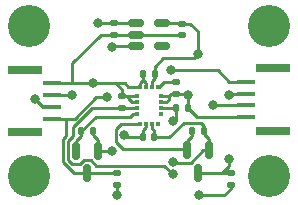
<source format=gbr>
%TF.GenerationSoftware,KiCad,Pcbnew,8.0.6-8.0.6-0~ubuntu22.04.1*%
%TF.CreationDate,2025-01-20T13:57:26-08:00*%
%TF.ProjectId,uv_abc_sensor,75765f61-6263-45f7-9365-6e736f722e6b,rev?*%
%TF.SameCoordinates,Original*%
%TF.FileFunction,Copper,L1,Top*%
%TF.FilePolarity,Positive*%
%FSLAX46Y46*%
G04 Gerber Fmt 4.6, Leading zero omitted, Abs format (unit mm)*
G04 Created by KiCad (PCBNEW 8.0.6-8.0.6-0~ubuntu22.04.1) date 2025-01-20 13:57:26*
%MOMM*%
%LPD*%
G01*
G04 APERTURE LIST*
G04 Aperture macros list*
%AMRoundRect*
0 Rectangle with rounded corners*
0 $1 Rounding radius*
0 $2 $3 $4 $5 $6 $7 $8 $9 X,Y pos of 4 corners*
0 Add a 4 corners polygon primitive as box body*
4,1,4,$2,$3,$4,$5,$6,$7,$8,$9,$2,$3,0*
0 Add four circle primitives for the rounded corners*
1,1,$1+$1,$2,$3*
1,1,$1+$1,$4,$5*
1,1,$1+$1,$6,$7*
1,1,$1+$1,$8,$9*
0 Add four rect primitives between the rounded corners*
20,1,$1+$1,$2,$3,$4,$5,0*
20,1,$1+$1,$4,$5,$6,$7,0*
20,1,$1+$1,$6,$7,$8,$9,0*
20,1,$1+$1,$8,$9,$2,$3,0*%
G04 Aperture macros list end*
%TA.AperFunction,SMDPad,CuDef*%
%ADD10R,0.340000X0.340000*%
%TD*%
%TA.AperFunction,SMDPad,CuDef*%
%ADD11R,0.340000X0.330000*%
%TD*%
%TA.AperFunction,SMDPad,CuDef*%
%ADD12RoundRect,0.135000X0.185000X-0.135000X0.185000X0.135000X-0.185000X0.135000X-0.185000X-0.135000X0*%
%TD*%
%TA.AperFunction,SMDPad,CuDef*%
%ADD13R,3.000000X0.800000*%
%TD*%
%TA.AperFunction,SMDPad,CuDef*%
%ADD14R,1.600000X0.400000*%
%TD*%
%TA.AperFunction,SMDPad,CuDef*%
%ADD15RoundRect,0.140000X-0.170000X0.140000X-0.170000X-0.140000X0.170000X-0.140000X0.170000X0.140000X0*%
%TD*%
%TA.AperFunction,ComponentPad*%
%ADD16C,3.570000*%
%TD*%
%TA.AperFunction,SMDPad,CuDef*%
%ADD17RoundRect,0.135000X0.135000X0.185000X-0.135000X0.185000X-0.135000X-0.185000X0.135000X-0.185000X0*%
%TD*%
%TA.AperFunction,SMDPad,CuDef*%
%ADD18RoundRect,0.135000X-0.185000X0.135000X-0.185000X-0.135000X0.185000X-0.135000X0.185000X0.135000X0*%
%TD*%
%TA.AperFunction,SMDPad,CuDef*%
%ADD19RoundRect,0.150000X-0.512500X-0.150000X0.512500X-0.150000X0.512500X0.150000X-0.512500X0.150000X0*%
%TD*%
%TA.AperFunction,SMDPad,CuDef*%
%ADD20RoundRect,0.140000X0.140000X0.170000X-0.140000X0.170000X-0.140000X-0.170000X0.140000X-0.170000X0*%
%TD*%
%TA.AperFunction,SMDPad,CuDef*%
%ADD21RoundRect,0.135000X-0.135000X-0.185000X0.135000X-0.185000X0.135000X0.185000X-0.135000X0.185000X0*%
%TD*%
%TA.AperFunction,SMDPad,CuDef*%
%ADD22RoundRect,0.150000X-0.150000X0.587500X-0.150000X-0.587500X0.150000X-0.587500X0.150000X0.587500X0*%
%TD*%
%TA.AperFunction,ViaPad*%
%ADD23C,0.800000*%
%TD*%
%TA.AperFunction,Conductor*%
%ADD24C,0.250000*%
%TD*%
G04 APERTURE END LIST*
D10*
%TO.P,U1,1,VSSA*%
%TO.N,GND*%
X62750000Y-58485800D03*
%TO.P,U1,2,VSSA*%
X63250000Y-58485800D03*
%TO.P,U1,3,VDDA*%
%TO.N,+3.3V*%
X63750000Y-58485800D03*
%TO.P,U1,4,REXT*%
%TO.N,Net-(U1-REXT)*%
X64250000Y-58485800D03*
%TO.P,U1,5,VSSA*%
%TO.N,GND*%
X64550000Y-59310800D03*
%TO.P,U1,6,VSSA*%
X64550000Y-59810800D03*
%TO.P,U1,7,A1*%
%TO.N,Net-(JP1-A)*%
X64550000Y-60310800D03*
D11*
%TO.P,U1,8,SYN*%
%TO.N,unconnected-(U1-SYN-Pad8)*%
X64550000Y-60810800D03*
D10*
%TO.P,U1,9,READY*%
%TO.N,unconnected-(U1-READY-Pad9)*%
X64250000Y-61635800D03*
%TO.P,U1,10,VDDD*%
%TO.N,+3.3V*%
X63750000Y-61635800D03*
%TO.P,U1,11,VSSD*%
%TO.N,GND*%
X63250000Y-61635800D03*
%TO.P,U1,12,SDA*%
%TO.N,/SDA_3V3*%
X62750000Y-61635800D03*
%TO.P,U1,13,SCL*%
%TO.N,/SCL_3V3*%
X62450000Y-60810800D03*
%TO.P,U1,14,A0*%
%TO.N,Net-(JP2-A)*%
X62450000Y-60310800D03*
%TO.P,U1,15,VSSA*%
%TO.N,GND*%
X62450000Y-59810800D03*
%TO.P,U1,16,VSSA*%
X62450000Y-59310800D03*
%TD*%
D12*
%TO.P,R2,1*%
%TO.N,VCC*%
X60833000Y-66831400D03*
%TO.P,R2,2*%
%TO.N,/SCL*%
X60833000Y-65811400D03*
%TD*%
D13*
%TO.P,J2,*%
%TO.N,*%
X74041000Y-56930000D03*
X74041000Y-62230000D03*
D14*
%TO.P,J2,1,Pin_1*%
%TO.N,GND*%
X71716000Y-61080000D03*
%TO.P,J2,2,Pin_2*%
%TO.N,VCC*%
X71716000Y-60080000D03*
%TO.P,J2,3,Pin_3*%
%TO.N,/SDA*%
X71716000Y-59080000D03*
%TO.P,J2,4,Pin_4*%
%TO.N,/SCL*%
X71716000Y-58080000D03*
%TD*%
D15*
%TO.P,C4,1*%
%TO.N,+3.3V*%
X66319400Y-53139400D03*
%TO.P,C4,2*%
%TO.N,GND*%
X66319400Y-54099400D03*
%TD*%
D16*
%TO.P,M3,~*%
%TO.N,N/C*%
X73660000Y-66040000D03*
%TD*%
D17*
%TO.P,R4,1*%
%TO.N,+3.3V*%
X58775600Y-62255400D03*
%TO.P,R4,2*%
%TO.N,/SCL_3V3*%
X57755600Y-62255400D03*
%TD*%
D12*
%TO.P,R7,1*%
%TO.N,Net-(JP2-A)*%
X61175000Y-60325000D03*
%TO.P,R7,2*%
%TO.N,GND*%
X61175000Y-59305000D03*
%TD*%
D13*
%TO.P,J1,*%
%TO.N,*%
X52987000Y-62340000D03*
X52987000Y-57040000D03*
D14*
%TO.P,J1,1,Pin_1*%
%TO.N,GND*%
X55312000Y-58190000D03*
%TO.P,J1,2,Pin_2*%
%TO.N,VCC*%
X55312000Y-59190000D03*
%TO.P,J1,3,Pin_3*%
%TO.N,/SDA*%
X55312000Y-60190000D03*
%TO.P,J1,4,Pin_4*%
%TO.N,/SCL*%
X55312000Y-61190000D03*
%TD*%
D15*
%TO.P,C3,1*%
%TO.N,VCC*%
X60579000Y-53114000D03*
%TO.P,C3,2*%
%TO.N,GND*%
X60579000Y-54074000D03*
%TD*%
D18*
%TO.P,R1,1*%
%TO.N,Net-(U1-REXT)*%
X65775000Y-58105000D03*
%TO.P,R1,2*%
%TO.N,GND*%
X65775000Y-59125000D03*
%TD*%
D16*
%TO.P,M2,~*%
%TO.N,N/C*%
X73660000Y-53340000D03*
%TD*%
D12*
%TO.P,R3,1*%
%TO.N,VCC*%
X70408800Y-66806000D03*
%TO.P,R3,2*%
%TO.N,/SDA*%
X70408800Y-65786000D03*
%TD*%
D19*
%TO.P,U2,1,VIN*%
%TO.N,VCC*%
X62362500Y-53136000D03*
%TO.P,U2,2,GND*%
%TO.N,GND*%
X62362500Y-54086000D03*
%TO.P,U2,3,EN*%
%TO.N,VCC*%
X62362500Y-55036000D03*
%TO.P,U2,4,NC*%
%TO.N,unconnected-(U2-NC-Pad4)*%
X64637500Y-55036000D03*
%TO.P,U2,5,VOUT*%
%TO.N,+3.3V*%
X64637500Y-53136000D03*
%TD*%
D20*
%TO.P,C2,1*%
%TO.N,+3.3V*%
X63925000Y-62775000D03*
%TO.P,C2,2*%
%TO.N,GND*%
X62965000Y-62775000D03*
%TD*%
D16*
%TO.P,M1,~*%
%TO.N,N/C*%
X53340000Y-53340000D03*
%TD*%
%TO.P,M4,~*%
%TO.N,N/C*%
X53340000Y-66040000D03*
%TD*%
D21*
%TO.P,R6,1*%
%TO.N,Net-(JP1-A)*%
X65750000Y-60300000D03*
%TO.P,R6,2*%
%TO.N,GND*%
X66770000Y-60300000D03*
%TD*%
D22*
%TO.P,Q1,1,G*%
%TO.N,+3.3V*%
X68590200Y-63889600D03*
%TO.P,Q1,2,S*%
%TO.N,/SDA_3V3*%
X66690200Y-63889600D03*
%TO.P,Q1,3,D*%
%TO.N,/SDA*%
X67640200Y-65764600D03*
%TD*%
%TO.P,Q2,1,G*%
%TO.N,+3.3V*%
X59213600Y-63936400D03*
%TO.P,Q2,2,S*%
%TO.N,/SCL_3V3*%
X57313600Y-63936400D03*
%TO.P,Q2,3,D*%
%TO.N,/SCL*%
X58263600Y-65811400D03*
%TD*%
D20*
%TO.P,C1,1*%
%TO.N,+3.3V*%
X63980000Y-57400000D03*
%TO.P,C1,2*%
%TO.N,GND*%
X63020000Y-57400000D03*
%TD*%
D17*
%TO.P,R5,1*%
%TO.N,+3.3V*%
X68152200Y-62208600D03*
%TO.P,R5,2*%
%TO.N,/SDA_3V3*%
X67132200Y-62208600D03*
%TD*%
D23*
%TO.N,GND*%
X66776600Y-59232800D03*
X61405600Y-62585600D03*
X58775600Y-58190000D03*
%TO.N,+3.3V*%
X60401200Y-63931800D03*
X65532000Y-64897000D03*
X67640200Y-55727600D03*
%TO.N,VCC*%
X67767200Y-67691000D03*
X60833000Y-67691000D03*
X68935600Y-60071000D03*
X59182000Y-53136800D03*
X60401200Y-55143400D03*
X56972200Y-59207400D03*
%TO.N,/SDA*%
X70312000Y-59169200D03*
X53888000Y-59512200D03*
X70307200Y-64630200D03*
%TO.N,/SCL*%
X65405000Y-57099200D03*
X59969400Y-59359800D03*
%TO.N,Net-(JP1-A)*%
X65534467Y-61431534D03*
%TO.N,Net-(JP2-A)*%
X65505700Y-65910000D03*
%TD*%
D24*
%TO.N,GND*%
X63020000Y-57909400D02*
X63250000Y-58139400D01*
X63250000Y-58139400D02*
X63250000Y-58485800D01*
X63020000Y-57400000D02*
X63020000Y-57909400D01*
X63020000Y-57909400D02*
X62750000Y-58179400D01*
X62750000Y-58179400D02*
X62750000Y-58485800D01*
%TO.N,/SDA*%
X69699800Y-65786000D02*
X70307200Y-65178600D01*
X70307200Y-65178600D02*
X70307200Y-64630200D01*
%TO.N,/SCL*%
X65405000Y-57099200D02*
X69316600Y-57099200D01*
X69316600Y-57099200D02*
X70297400Y-58080000D01*
X70297400Y-58080000D02*
X71716000Y-58080000D01*
%TO.N,GND*%
X66776600Y-59232800D02*
X66668800Y-59125000D01*
X66668800Y-59125000D02*
X65775000Y-59125000D01*
X66770000Y-59239400D02*
X66770000Y-60300000D01*
X66776600Y-59232800D02*
X66770000Y-59239400D01*
%TO.N,+3.3V*%
X63980000Y-57400000D02*
X63980000Y-56797000D01*
X63980000Y-56797000D02*
X64719200Y-56057800D01*
X64719200Y-56057800D02*
X67310000Y-56057800D01*
X67310000Y-56057800D02*
X67640200Y-55727600D01*
%TO.N,GND*%
X61595000Y-62775000D02*
X61405600Y-62585600D01*
X58775600Y-58190000D02*
X60653800Y-58190000D01*
X62965000Y-62775000D02*
X61595000Y-62775000D01*
X57023000Y-58190000D02*
X58775600Y-58190000D01*
%TO.N,/SDA_3V3*%
X62750000Y-61635800D02*
X61097000Y-61635800D01*
X61097000Y-61635800D02*
X60680600Y-62052200D01*
X60680600Y-62052200D02*
X60680600Y-63144400D01*
X60680600Y-63144400D02*
X61315600Y-63779400D01*
X61315600Y-63779400D02*
X66580000Y-63779400D01*
X66580000Y-63779400D02*
X66690200Y-63889600D01*
%TO.N,+3.3V*%
X60401200Y-63931800D02*
X60396600Y-63936400D01*
X60396600Y-63936400D02*
X59213600Y-63936400D01*
%TO.N,/SCL_3V3*%
X57755600Y-62255400D02*
X58974800Y-61036200D01*
X61899800Y-61036200D02*
X62125200Y-60810800D01*
X58974800Y-61036200D02*
X61899800Y-61036200D01*
X62125200Y-60810800D02*
X62450000Y-60810800D01*
%TO.N,/SCL*%
X59969400Y-59359800D02*
X59023404Y-59359800D01*
X59023404Y-59359800D02*
X57193204Y-61190000D01*
X57193204Y-61190000D02*
X55312000Y-61190000D01*
%TO.N,GND*%
X64550000Y-59810800D02*
X64954000Y-59810800D01*
X64954000Y-59810800D02*
X65174600Y-59590200D01*
X65174600Y-59590200D02*
X65174600Y-59310800D01*
X64550000Y-59310800D02*
X65174600Y-59310800D01*
X65174600Y-59310800D02*
X65360400Y-59125000D01*
X65360400Y-59125000D02*
X65775000Y-59125000D01*
X61175000Y-59305000D02*
X61747400Y-59305000D01*
X62450000Y-59810800D02*
X62096800Y-59810800D01*
X61747400Y-59305000D02*
X62444200Y-59305000D01*
X61747400Y-59461400D02*
X61747400Y-59305000D01*
X62096800Y-59810800D02*
X61747400Y-59461400D01*
%TO.N,+3.3V*%
X68152200Y-62208600D02*
X68152200Y-61802200D01*
X67640200Y-53797200D02*
X66982400Y-53139400D01*
X63980000Y-57736800D02*
X63750000Y-57966800D01*
X65188000Y-62775000D02*
X63925000Y-62775000D01*
X63980000Y-57400000D02*
X63980000Y-57736800D01*
X65532000Y-64897000D02*
X65587100Y-64952100D01*
X67913600Y-61563600D02*
X66427000Y-61563600D01*
X63750000Y-62022800D02*
X63925000Y-62197800D01*
X68099500Y-63889600D02*
X68590200Y-63889600D01*
X59213600Y-62998200D02*
X59213600Y-63936400D01*
X58775600Y-62255400D02*
X58775600Y-62560200D01*
X65587100Y-64952100D02*
X67037000Y-64952100D01*
X63750000Y-61635800D02*
X63750000Y-62022800D01*
X66982400Y-53139400D02*
X66319400Y-53139400D01*
X67037000Y-64952100D02*
X68099500Y-63889600D01*
X66427000Y-61563600D02*
X65201800Y-62788800D01*
X63750000Y-57966800D02*
X63750000Y-58485800D01*
X68152200Y-61802200D02*
X67913600Y-61563600D01*
X58775600Y-62560200D02*
X59213600Y-62998200D01*
X67640200Y-55727600D02*
X67640200Y-53797200D01*
X68152200Y-62462600D02*
X68590200Y-62900600D01*
X66316000Y-53136000D02*
X66319400Y-53139400D01*
X68590200Y-62900600D02*
X68590200Y-63889600D01*
X65201800Y-62788800D02*
X65188000Y-62775000D01*
X63925000Y-62197800D02*
X63925000Y-62775000D01*
X64637500Y-53136000D02*
X66316000Y-53136000D01*
X68152200Y-62208600D02*
X68152200Y-62462600D01*
%TO.N,GND*%
X61737000Y-58485800D02*
X62750000Y-58485800D01*
X62350500Y-54074000D02*
X62362500Y-54086000D01*
X63250000Y-61895800D02*
X62965000Y-62180800D01*
X61441200Y-58190000D02*
X61737000Y-58485800D01*
X62965000Y-62180800D02*
X62965000Y-62775000D01*
X60653800Y-58190000D02*
X61441200Y-58190000D01*
X55312000Y-58190000D02*
X57023000Y-58190000D01*
X60579000Y-54074000D02*
X59413200Y-54074000D01*
X66770000Y-60300000D02*
X67550000Y-61080000D01*
X61175000Y-58711200D02*
X61175000Y-59305000D01*
X63250000Y-61635800D02*
X63250000Y-61895800D01*
X60579000Y-54074000D02*
X62350500Y-54074000D01*
X59413200Y-54074000D02*
X57023000Y-56464200D01*
X60653800Y-58190000D02*
X61175000Y-58711200D01*
X62444200Y-59305000D02*
X62450000Y-59310800D01*
X57023000Y-56464200D02*
X57023000Y-58190000D01*
X66306000Y-54086000D02*
X66319400Y-54099400D01*
X67550000Y-61080000D02*
X71716000Y-61080000D01*
X62362500Y-54086000D02*
X66306000Y-54086000D01*
%TO.N,VCC*%
X60508600Y-55036000D02*
X62362500Y-55036000D01*
X56954800Y-59190000D02*
X56972200Y-59207400D01*
X67767200Y-67691000D02*
X69850000Y-67691000D01*
X70408800Y-67132200D02*
X70408800Y-66806000D01*
X69850000Y-67691000D02*
X70408800Y-67132200D01*
X60401200Y-55143400D02*
X60508600Y-55036000D01*
X69470400Y-60071000D02*
X69479400Y-60080000D01*
X59182000Y-53136800D02*
X60556200Y-53136800D01*
X60833000Y-66831400D02*
X60833000Y-67691000D01*
X62340500Y-53114000D02*
X62362500Y-53136000D01*
X60556200Y-53136800D02*
X60579000Y-53114000D01*
X60579000Y-53114000D02*
X62340500Y-53114000D01*
X55312000Y-59190000D02*
X56954800Y-59190000D01*
X69479400Y-60080000D02*
X71716000Y-60080000D01*
X68935600Y-60071000D02*
X69470400Y-60071000D01*
%TO.N,/SDA*%
X71716000Y-59080000D02*
X70590900Y-59080000D01*
X53888000Y-59512200D02*
X54565800Y-60190000D01*
X70590900Y-59080000D02*
X70501700Y-59169200D01*
X67661600Y-65786000D02*
X67640200Y-65764600D01*
X69699800Y-65786000D02*
X67661600Y-65786000D01*
X70408800Y-65786000D02*
X69699800Y-65786000D01*
X70501700Y-59169200D02*
X70312000Y-59169200D01*
X54565800Y-60190000D02*
X55312000Y-60190000D01*
%TO.N,/SCL*%
X56437100Y-62656900D02*
X56212000Y-62882000D01*
X58263600Y-65811400D02*
X60833000Y-65811400D01*
X56212000Y-64884500D02*
X57138900Y-65811400D01*
X56437100Y-61190000D02*
X56437100Y-62656900D01*
X57138900Y-65811400D02*
X58263600Y-65811400D01*
X55874600Y-61190000D02*
X55312000Y-61190000D01*
X56212000Y-62882000D02*
X56212000Y-64884500D01*
X55874600Y-61190000D02*
X56437100Y-61190000D01*
%TO.N,Net-(JP1-A)*%
X65739200Y-60310800D02*
X65750000Y-60300000D01*
X64550000Y-60310800D02*
X65739200Y-60310800D01*
X65750000Y-60300000D02*
X65750000Y-61216001D01*
X65750000Y-61216001D02*
X65534467Y-61431534D01*
%TO.N,Net-(JP2-A)*%
X57092600Y-62692100D02*
X57092600Y-61927000D01*
X57618600Y-65043900D02*
X57008000Y-65043900D01*
X56662100Y-63122600D02*
X57092600Y-62692100D01*
X64776200Y-65180500D02*
X59045200Y-65180500D01*
X62450000Y-60310800D02*
X61189200Y-60310800D01*
X57008000Y-65043900D02*
X56662100Y-64698000D01*
X57958000Y-64704500D02*
X57618600Y-65043900D01*
X57092600Y-61927000D02*
X58694600Y-60325000D01*
X59045200Y-65180500D02*
X58569200Y-64704500D01*
X58569200Y-64704500D02*
X57958000Y-64704500D01*
X65505700Y-65910000D02*
X64776200Y-65180500D01*
X58694600Y-60325000D02*
X61175000Y-60325000D01*
X56662100Y-64698000D02*
X56662100Y-63122600D01*
X61189200Y-60310800D02*
X61175000Y-60325000D01*
%TO.N,/SDA_3V3*%
X66690200Y-63103800D02*
X66690200Y-63889600D01*
X67132200Y-62661800D02*
X66690200Y-63103800D01*
X67132200Y-62208600D02*
X67132200Y-62661800D01*
%TO.N,/SCL_3V3*%
X57313600Y-63107800D02*
X57313600Y-63936400D01*
X57755600Y-62255400D02*
X57755600Y-62665800D01*
X57755600Y-62665800D02*
X57313600Y-63107800D01*
%TO.N,Net-(U1-REXT)*%
X64348600Y-58485800D02*
X64729400Y-58105000D01*
X64729400Y-58105000D02*
X65775000Y-58105000D01*
X64250000Y-58485800D02*
X64348600Y-58485800D01*
%TD*%
M02*

</source>
